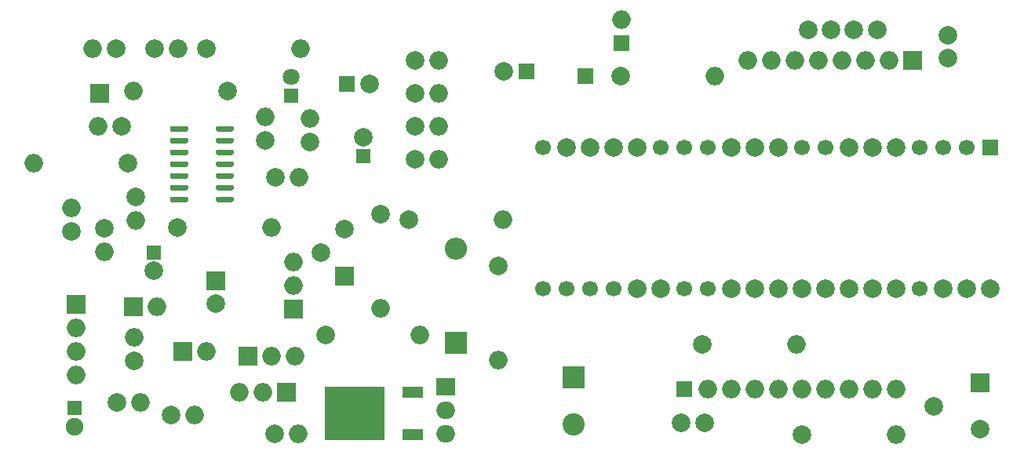
<source format=gbs>
%TF.GenerationSoftware,KiCad,Pcbnew,(5.1.10)-1*%
%TF.CreationDate,2021-07-24T22:22:28-04:00*%
%TF.ProjectId,PSU_fix,5053555f-6669-4782-9e6b-696361645f70,rev?*%
%TF.SameCoordinates,Original*%
%TF.FileFunction,Soldermask,Bot*%
%TF.FilePolarity,Negative*%
%FSLAX46Y46*%
G04 Gerber Fmt 4.6, Leading zero omitted, Abs format (unit mm)*
G04 Created by KiCad (PCBNEW (5.1.10)-1) date 2021-07-24 22:22:28*
%MOMM*%
%LPD*%
G01*
G04 APERTURE LIST*
%ADD10R,2.000000X2.000000*%
%ADD11C,2.000000*%
%ADD12O,2.000000X2.000000*%
%ADD13R,1.700000X1.700000*%
%ADD14C,1.700000*%
%ADD15R,1.500000X1.500000*%
%ADD16C,1.900000*%
%ADD17R,1.600000X1.600000*%
%ADD18C,1.800000*%
%ADD19R,1.800000X1.800000*%
%ADD20R,2.400000X2.400000*%
%ADD21O,2.400000X2.400000*%
%ADD22R,2.200000X1.200000*%
%ADD23R,6.400000X5.800000*%
%ADD24R,2.000000X1.905000*%
%ADD25O,2.000000X1.905000*%
%ADD26C,2.400000*%
G04 APERTURE END LIST*
D10*
%TO.C,C6*%
X89408000Y-72009000D03*
D11*
X89408000Y-74509000D03*
%TD*%
D10*
%TO.C,J11*%
X80518000Y-74803000D03*
D12*
X83058000Y-74803000D03*
%TD*%
D11*
%TO.C,R9*%
X80772000Y-62992000D03*
D12*
X80772000Y-65532000D03*
%TD*%
D11*
%TO.C,BP1*%
X172974000Y-72898000D03*
D13*
X172974000Y-57658000D03*
D11*
X170434000Y-72898000D03*
D14*
X170434000Y-57658000D03*
D11*
X167894000Y-72898000D03*
D14*
X167894000Y-57658000D03*
X165354000Y-72898000D03*
X165354000Y-57658000D03*
D11*
X162814000Y-72898000D03*
X162814000Y-57658000D03*
X160274000Y-72898000D03*
X160274000Y-57658000D03*
X157734000Y-72898000D03*
X157734000Y-57658000D03*
X155194000Y-72898000D03*
D14*
X155194000Y-57658000D03*
D11*
X152654000Y-72898000D03*
D14*
X152654000Y-57658000D03*
D11*
X150114000Y-72898000D03*
X150114000Y-57658000D03*
X147574000Y-72898000D03*
X147574000Y-57658000D03*
X145034000Y-72898000D03*
X145034000Y-57658000D03*
D14*
X142494000Y-72898000D03*
X142494000Y-57658000D03*
X139954000Y-72898000D03*
X139954000Y-57658000D03*
D11*
X137414000Y-72898000D03*
D14*
X137414000Y-57658000D03*
D11*
X134874000Y-72898000D03*
X134874000Y-57658000D03*
D14*
X132334000Y-72898000D03*
D11*
X132334000Y-57658000D03*
D14*
X129794000Y-72898000D03*
D11*
X129794000Y-57658000D03*
D14*
X127254000Y-72898000D03*
D11*
X127254000Y-57658000D03*
D14*
X124714000Y-72898000D03*
X124714000Y-57658000D03*
%TD*%
D11*
%TO.C,C1*%
X105283000Y-56547000D03*
D15*
X105283000Y-58547000D03*
%TD*%
%TO.C,C2*%
X74104500Y-85788500D03*
D16*
X74104500Y-87788500D03*
%TD*%
D11*
%TO.C,C3*%
X82677000Y-70961000D03*
D17*
X82677000Y-68961000D03*
%TD*%
D15*
%TO.C,C4*%
X97536000Y-52070000D03*
D18*
X97536000Y-50070000D03*
%TD*%
D11*
%TO.C,C5*%
X139587600Y-87376000D03*
X142087600Y-87376000D03*
%TD*%
%TO.C,C8*%
X106005000Y-50800000D03*
D19*
X103505000Y-50800000D03*
%TD*%
D11*
%TO.C,C9*%
X153289000Y-44958000D03*
X155789000Y-44958000D03*
%TD*%
%TO.C,C10*%
X158242000Y-44958000D03*
X160742000Y-44958000D03*
%TD*%
%TO.C,C11*%
X168402000Y-45506000D03*
X168402000Y-48006000D03*
%TD*%
%TO.C,C12*%
X120436000Y-49466500D03*
D19*
X122936000Y-49466500D03*
%TD*%
D20*
%TO.C,D1*%
X115316000Y-78740000D03*
D21*
X115316000Y-68580000D03*
%TD*%
D10*
%TO.C,J1*%
X76835000Y-51816000D03*
%TD*%
%TO.C,J6*%
X164592000Y-48260000D03*
D12*
X162052000Y-48260000D03*
X159512000Y-48260000D03*
X156972000Y-48260000D03*
X154432000Y-48260000D03*
X151892000Y-48260000D03*
X149352000Y-48260000D03*
X146812000Y-48260000D03*
%TD*%
%TO.C,J7*%
X88392000Y-79629000D03*
D10*
X85852000Y-79629000D03*
%TD*%
D13*
%TO.C,J8*%
X129286000Y-49911000D03*
%TD*%
%TO.C,J9*%
X133159500Y-46418500D03*
D12*
X133159500Y-43878500D03*
%TD*%
D19*
%TO.C,J10*%
X139954000Y-83693000D03*
D12*
X142494000Y-83693000D03*
X145034000Y-83693000D03*
X147574000Y-83693000D03*
X150114000Y-83693000D03*
X152654000Y-83693000D03*
X155194000Y-83693000D03*
X157734000Y-83693000D03*
X160274000Y-83693000D03*
X162814000Y-83693000D03*
%TD*%
D10*
%TO.C,J14*%
X97028000Y-84074000D03*
D12*
X94488000Y-84074000D03*
X91948000Y-84074000D03*
%TD*%
D10*
%TO.C,Q1*%
X92837000Y-80137000D03*
D12*
X95377000Y-80137000D03*
X97917000Y-80137000D03*
%TD*%
%TO.C,Q2*%
X97790000Y-69977000D03*
X97790000Y-72517000D03*
D10*
X97790000Y-75057000D03*
%TD*%
D12*
%TO.C,R4*%
X76708000Y-55372000D03*
D11*
X79248000Y-55372000D03*
%TD*%
D12*
%TO.C,R6*%
X76073000Y-46990000D03*
D11*
X78613000Y-46990000D03*
%TD*%
%TO.C,R7*%
X99568000Y-57023000D03*
D12*
X99568000Y-54483000D03*
%TD*%
D11*
%TO.C,R10*%
X82804000Y-46990000D03*
D12*
X85344000Y-46990000D03*
%TD*%
D11*
%TO.C,R11*%
X94742000Y-56896000D03*
D12*
X94742000Y-54356000D03*
%TD*%
D11*
%TO.C,R12*%
X78676500Y-85153500D03*
D12*
X81216500Y-85153500D03*
%TD*%
%TO.C,R13*%
X98247200Y-88595200D03*
D11*
X95707200Y-88595200D03*
%TD*%
%TO.C,RV1*%
X171831000Y-88058000D03*
D10*
X171831000Y-83058000D03*
D11*
X166831000Y-85558000D03*
%TD*%
%TO.C,U1*%
G36*
G01*
X84434000Y-63396000D02*
X84434000Y-63096000D01*
G75*
G02*
X84584000Y-62946000I150000J0D01*
G01*
X86234000Y-62946000D01*
G75*
G02*
X86384000Y-63096000I0J-150000D01*
G01*
X86384000Y-63396000D01*
G75*
G02*
X86234000Y-63546000I-150000J0D01*
G01*
X84584000Y-63546000D01*
G75*
G02*
X84434000Y-63396000I0J150000D01*
G01*
G37*
G36*
G01*
X84434000Y-62126000D02*
X84434000Y-61826000D01*
G75*
G02*
X84584000Y-61676000I150000J0D01*
G01*
X86234000Y-61676000D01*
G75*
G02*
X86384000Y-61826000I0J-150000D01*
G01*
X86384000Y-62126000D01*
G75*
G02*
X86234000Y-62276000I-150000J0D01*
G01*
X84584000Y-62276000D01*
G75*
G02*
X84434000Y-62126000I0J150000D01*
G01*
G37*
G36*
G01*
X84434000Y-60856000D02*
X84434000Y-60556000D01*
G75*
G02*
X84584000Y-60406000I150000J0D01*
G01*
X86234000Y-60406000D01*
G75*
G02*
X86384000Y-60556000I0J-150000D01*
G01*
X86384000Y-60856000D01*
G75*
G02*
X86234000Y-61006000I-150000J0D01*
G01*
X84584000Y-61006000D01*
G75*
G02*
X84434000Y-60856000I0J150000D01*
G01*
G37*
G36*
G01*
X84434000Y-59586000D02*
X84434000Y-59286000D01*
G75*
G02*
X84584000Y-59136000I150000J0D01*
G01*
X86234000Y-59136000D01*
G75*
G02*
X86384000Y-59286000I0J-150000D01*
G01*
X86384000Y-59586000D01*
G75*
G02*
X86234000Y-59736000I-150000J0D01*
G01*
X84584000Y-59736000D01*
G75*
G02*
X84434000Y-59586000I0J150000D01*
G01*
G37*
G36*
G01*
X84434000Y-58316000D02*
X84434000Y-58016000D01*
G75*
G02*
X84584000Y-57866000I150000J0D01*
G01*
X86234000Y-57866000D01*
G75*
G02*
X86384000Y-58016000I0J-150000D01*
G01*
X86384000Y-58316000D01*
G75*
G02*
X86234000Y-58466000I-150000J0D01*
G01*
X84584000Y-58466000D01*
G75*
G02*
X84434000Y-58316000I0J150000D01*
G01*
G37*
G36*
G01*
X84434000Y-57046000D02*
X84434000Y-56746000D01*
G75*
G02*
X84584000Y-56596000I150000J0D01*
G01*
X86234000Y-56596000D01*
G75*
G02*
X86384000Y-56746000I0J-150000D01*
G01*
X86384000Y-57046000D01*
G75*
G02*
X86234000Y-57196000I-150000J0D01*
G01*
X84584000Y-57196000D01*
G75*
G02*
X84434000Y-57046000I0J150000D01*
G01*
G37*
G36*
G01*
X84434000Y-55776000D02*
X84434000Y-55476000D01*
G75*
G02*
X84584000Y-55326000I150000J0D01*
G01*
X86234000Y-55326000D01*
G75*
G02*
X86384000Y-55476000I0J-150000D01*
G01*
X86384000Y-55776000D01*
G75*
G02*
X86234000Y-55926000I-150000J0D01*
G01*
X84584000Y-55926000D01*
G75*
G02*
X84434000Y-55776000I0J150000D01*
G01*
G37*
G36*
G01*
X89384000Y-55776000D02*
X89384000Y-55476000D01*
G75*
G02*
X89534000Y-55326000I150000J0D01*
G01*
X91184000Y-55326000D01*
G75*
G02*
X91334000Y-55476000I0J-150000D01*
G01*
X91334000Y-55776000D01*
G75*
G02*
X91184000Y-55926000I-150000J0D01*
G01*
X89534000Y-55926000D01*
G75*
G02*
X89384000Y-55776000I0J150000D01*
G01*
G37*
G36*
G01*
X89384000Y-57046000D02*
X89384000Y-56746000D01*
G75*
G02*
X89534000Y-56596000I150000J0D01*
G01*
X91184000Y-56596000D01*
G75*
G02*
X91334000Y-56746000I0J-150000D01*
G01*
X91334000Y-57046000D01*
G75*
G02*
X91184000Y-57196000I-150000J0D01*
G01*
X89534000Y-57196000D01*
G75*
G02*
X89384000Y-57046000I0J150000D01*
G01*
G37*
G36*
G01*
X89384000Y-58316000D02*
X89384000Y-58016000D01*
G75*
G02*
X89534000Y-57866000I150000J0D01*
G01*
X91184000Y-57866000D01*
G75*
G02*
X91334000Y-58016000I0J-150000D01*
G01*
X91334000Y-58316000D01*
G75*
G02*
X91184000Y-58466000I-150000J0D01*
G01*
X89534000Y-58466000D01*
G75*
G02*
X89384000Y-58316000I0J150000D01*
G01*
G37*
G36*
G01*
X89384000Y-59586000D02*
X89384000Y-59286000D01*
G75*
G02*
X89534000Y-59136000I150000J0D01*
G01*
X91184000Y-59136000D01*
G75*
G02*
X91334000Y-59286000I0J-150000D01*
G01*
X91334000Y-59586000D01*
G75*
G02*
X91184000Y-59736000I-150000J0D01*
G01*
X89534000Y-59736000D01*
G75*
G02*
X89384000Y-59586000I0J150000D01*
G01*
G37*
G36*
G01*
X89384000Y-60856000D02*
X89384000Y-60556000D01*
G75*
G02*
X89534000Y-60406000I150000J0D01*
G01*
X91184000Y-60406000D01*
G75*
G02*
X91334000Y-60556000I0J-150000D01*
G01*
X91334000Y-60856000D01*
G75*
G02*
X91184000Y-61006000I-150000J0D01*
G01*
X89534000Y-61006000D01*
G75*
G02*
X89384000Y-60856000I0J150000D01*
G01*
G37*
G36*
G01*
X89384000Y-62126000D02*
X89384000Y-61826000D01*
G75*
G02*
X89534000Y-61676000I150000J0D01*
G01*
X91184000Y-61676000D01*
G75*
G02*
X91334000Y-61826000I0J-150000D01*
G01*
X91334000Y-62126000D01*
G75*
G02*
X91184000Y-62276000I-150000J0D01*
G01*
X89534000Y-62276000D01*
G75*
G02*
X89384000Y-62126000I0J150000D01*
G01*
G37*
G36*
G01*
X89384000Y-63396000D02*
X89384000Y-63096000D01*
G75*
G02*
X89534000Y-62946000I150000J0D01*
G01*
X91184000Y-62946000D01*
G75*
G02*
X91334000Y-63096000I0J-150000D01*
G01*
X91334000Y-63396000D01*
G75*
G02*
X91184000Y-63546000I-150000J0D01*
G01*
X89534000Y-63546000D01*
G75*
G02*
X89384000Y-63396000I0J150000D01*
G01*
G37*
%TD*%
D22*
%TO.C,U2*%
X110651400Y-84080000D03*
X110651400Y-88640000D03*
D23*
X104351400Y-86360000D03*
%TD*%
D12*
%TO.C,R14*%
X95377000Y-66294000D03*
D11*
X85217000Y-66294000D03*
%TD*%
%TO.C,R15*%
X88392000Y-46990000D03*
D12*
X98552000Y-46990000D03*
%TD*%
D11*
%TO.C,R17*%
X101219000Y-77851000D03*
D12*
X111379000Y-77851000D03*
%TD*%
D11*
%TO.C,R18*%
X133096000Y-49911000D03*
D12*
X143256000Y-49911000D03*
%TD*%
D11*
%TO.C,R16*%
X90678000Y-51562000D03*
D12*
X80518000Y-51562000D03*
%TD*%
D11*
%TO.C,R5*%
X79883000Y-59309000D03*
D12*
X69723000Y-59309000D03*
%TD*%
%TO.C,R26*%
X107124500Y-74993500D03*
D11*
X107124500Y-64833500D03*
%TD*%
%TO.C,R28*%
X119888000Y-70408800D03*
D12*
X119888000Y-80568800D03*
%TD*%
D11*
%TO.C,R27*%
X110185200Y-65430400D03*
D12*
X120345200Y-65430400D03*
%TD*%
D24*
%TO.C,U4*%
X114173000Y-83439000D03*
D25*
X114173000Y-85979000D03*
X114173000Y-88519000D03*
%TD*%
D11*
%TO.C,R19*%
X152654000Y-88671400D03*
D12*
X162814000Y-88671400D03*
%TD*%
D10*
%TO.C,J2*%
X74295000Y-74612500D03*
D12*
X74295000Y-77152500D03*
X74295000Y-79692500D03*
X74295000Y-82232500D03*
%TD*%
D11*
%TO.C,R20*%
X80581500Y-80645000D03*
D12*
X80581500Y-78105000D03*
%TD*%
D11*
%TO.C,R8*%
X141859000Y-78917800D03*
D12*
X152019000Y-78917800D03*
%TD*%
D11*
%TO.C,R21*%
X84582000Y-86487000D03*
D12*
X87122000Y-86487000D03*
%TD*%
D11*
%TO.C,R2*%
X95808800Y-60909200D03*
D12*
X98348800Y-60909200D03*
%TD*%
D11*
%TO.C,R1*%
X73787000Y-66675000D03*
D12*
X73787000Y-64135000D03*
%TD*%
%TO.C,R3*%
X77343000Y-68897500D03*
D11*
X77343000Y-66357500D03*
%TD*%
D12*
%TO.C,R22*%
X113385600Y-48234600D03*
D11*
X110845600Y-48234600D03*
%TD*%
%TO.C,R23*%
X110845600Y-51790600D03*
D12*
X113385600Y-51790600D03*
%TD*%
%TO.C,R24*%
X113385600Y-55346600D03*
D11*
X110845600Y-55346600D03*
%TD*%
%TO.C,R25*%
X110845600Y-58902600D03*
D12*
X113385600Y-58902600D03*
%TD*%
D11*
%TO.C,U3*%
X100685600Y-68986400D03*
X103225600Y-66446400D03*
D10*
X103225600Y-71526400D03*
%TD*%
D20*
%TO.C,C7*%
X128016000Y-82499200D03*
D26*
X128016000Y-87499200D03*
%TD*%
M02*

</source>
